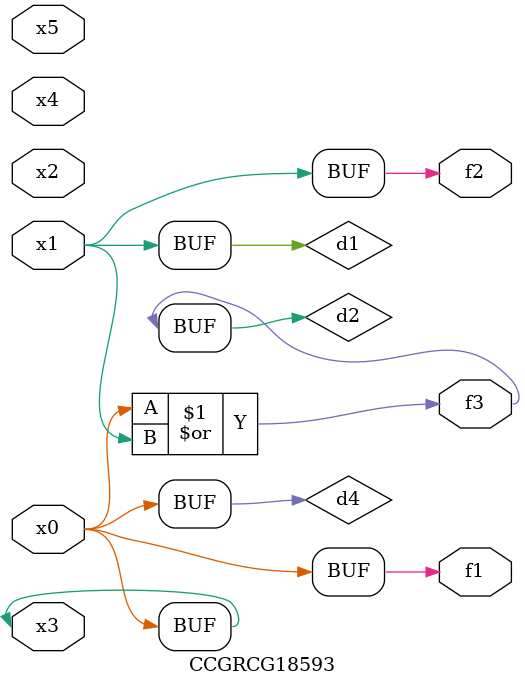
<source format=v>
module CCGRCG18593(
	input x0, x1, x2, x3, x4, x5,
	output f1, f2, f3
);

	wire d1, d2, d3, d4;

	and (d1, x1);
	or (d2, x0, x1);
	nand (d3, x0, x5);
	buf (d4, x0, x3);
	assign f1 = d4;
	assign f2 = d1;
	assign f3 = d2;
endmodule

</source>
